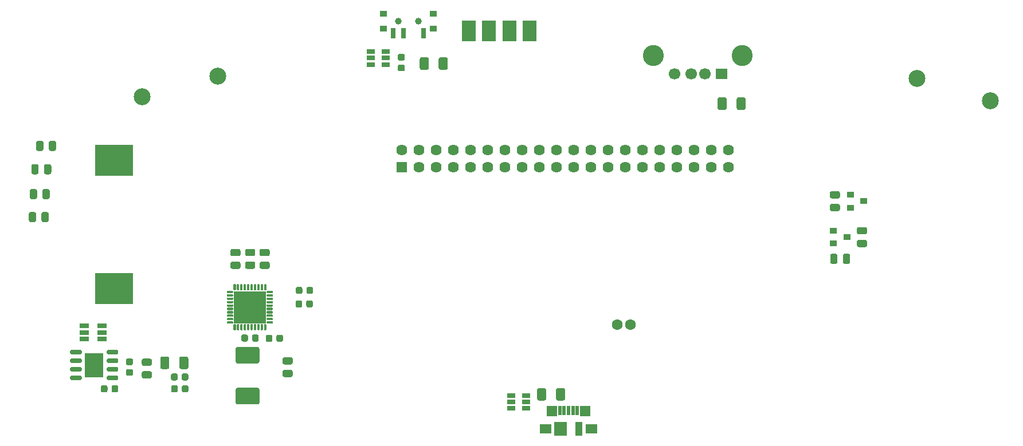
<source format=gbr>
%TF.GenerationSoftware,KiCad,Pcbnew,(5.1.6)-1*%
%TF.CreationDate,2021-04-26T08:49:06+02:00*%
%TF.ProjectId,GameboyPi,47616d65-626f-4795-9069-2e6b69636164,rev?*%
%TF.SameCoordinates,Original*%
%TF.FileFunction,Soldermask,Top*%
%TF.FilePolarity,Negative*%
%FSLAX46Y46*%
G04 Gerber Fmt 4.6, Leading zero omitted, Abs format (unit mm)*
G04 Created by KiCad (PCBNEW (5.1.6)-1) date 2021-04-26 08:49:06*
%MOMM*%
%LPD*%
G01*
G04 APERTURE LIST*
%ADD10R,2.100000X3.100000*%
%ADD11C,1.700000*%
%ADD12R,1.700000X1.600000*%
%ADD13C,3.100000*%
%ADD14C,0.600000*%
%ADD15R,2.720000X3.610000*%
%ADD16C,1.600000*%
%ADD17R,1.624000X1.624000*%
%ADD18C,1.624000*%
%ADD19R,5.600000X4.600000*%
%ADD20R,1.160000X0.750000*%
%ADD21R,1.320000X0.750000*%
%ADD22R,1.100000X0.900000*%
%ADD23R,0.800000X1.600000*%
%ADD24C,1.000000*%
%ADD25R,1.100000X2.000000*%
%ADD26R,1.900000X2.000000*%
%ADD27R,1.750000X1.400000*%
%ADD28R,1.525000X1.650000*%
%ADD29R,0.550000X1.480000*%
%ADD30R,4.700000X4.700000*%
%ADD31C,2.500000*%
%ADD32R,1.000000X0.900000*%
G04 APERTURE END LIST*
D10*
%TO.C,J10*%
X137450000Y-71400000D03*
%TD*%
%TO.C,J9*%
X134450000Y-71400000D03*
%TD*%
D11*
%TO.C,J8*%
X164800000Y-77741000D03*
X167300000Y-77741000D03*
X169300000Y-77741000D03*
D12*
X171800000Y-77741000D03*
D13*
X161730000Y-75031000D03*
X174870000Y-75031000D03*
%TD*%
%TO.C,C16*%
G36*
G01*
X172552500Y-81457500D02*
X172552500Y-82767500D01*
G75*
G02*
X172282500Y-83037500I-270000J0D01*
G01*
X171472500Y-83037500D01*
G75*
G02*
X171202500Y-82767500I0J270000D01*
G01*
X171202500Y-81457500D01*
G75*
G02*
X171472500Y-81187500I270000J0D01*
G01*
X172282500Y-81187500D01*
G75*
G02*
X172552500Y-81457500I0J-270000D01*
G01*
G37*
G36*
G01*
X175352500Y-81457500D02*
X175352500Y-82767500D01*
G75*
G02*
X175082500Y-83037500I-270000J0D01*
G01*
X174272500Y-83037500D01*
G75*
G02*
X174002500Y-82767500I0J270000D01*
G01*
X174002500Y-81457500D01*
G75*
G02*
X174272500Y-81187500I270000J0D01*
G01*
X175082500Y-81187500D01*
G75*
G02*
X175352500Y-81457500I0J-270000D01*
G01*
G37*
%TD*%
D10*
%TO.C,J6*%
X140450000Y-71400000D03*
%TD*%
D14*
%TO.C,U4*%
X79860000Y-119530000D03*
X79860000Y-120780000D03*
X79860000Y-122030000D03*
X78360000Y-122030000D03*
X78360000Y-120780000D03*
X78360000Y-119530000D03*
D15*
X79110000Y-120780000D03*
G36*
G01*
X80960000Y-121571500D02*
X80960000Y-121216500D01*
G75*
G02*
X81137500Y-121039000I177500J0D01*
G01*
X82482500Y-121039000D01*
G75*
G02*
X82660000Y-121216500I0J-177500D01*
G01*
X82660000Y-121571500D01*
G75*
G02*
X82482500Y-121749000I-177500J0D01*
G01*
X81137500Y-121749000D01*
G75*
G02*
X80960000Y-121571500I0J177500D01*
G01*
G37*
G36*
G01*
X80960000Y-122841500D02*
X80960000Y-122486500D01*
G75*
G02*
X81137500Y-122309000I177500J0D01*
G01*
X82482500Y-122309000D01*
G75*
G02*
X82660000Y-122486500I0J-177500D01*
G01*
X82660000Y-122841500D01*
G75*
G02*
X82482500Y-123019000I-177500J0D01*
G01*
X81137500Y-123019000D01*
G75*
G02*
X80960000Y-122841500I0J177500D01*
G01*
G37*
G36*
G01*
X80960000Y-119031500D02*
X80960000Y-118676500D01*
G75*
G02*
X81137500Y-118499000I177500J0D01*
G01*
X82482500Y-118499000D01*
G75*
G02*
X82660000Y-118676500I0J-177500D01*
G01*
X82660000Y-119031500D01*
G75*
G02*
X82482500Y-119209000I-177500J0D01*
G01*
X81137500Y-119209000D01*
G75*
G02*
X80960000Y-119031500I0J177500D01*
G01*
G37*
G36*
G01*
X80960000Y-120301500D02*
X80960000Y-119946500D01*
G75*
G02*
X81137500Y-119769000I177500J0D01*
G01*
X82482500Y-119769000D01*
G75*
G02*
X82660000Y-119946500I0J-177500D01*
G01*
X82660000Y-120301500D01*
G75*
G02*
X82482500Y-120479000I-177500J0D01*
G01*
X81137500Y-120479000D01*
G75*
G02*
X80960000Y-120301500I0J177500D01*
G01*
G37*
G36*
G01*
X75560000Y-122841500D02*
X75560000Y-122486500D01*
G75*
G02*
X75737500Y-122309000I177500J0D01*
G01*
X77082500Y-122309000D01*
G75*
G02*
X77260000Y-122486500I0J-177500D01*
G01*
X77260000Y-122841500D01*
G75*
G02*
X77082500Y-123019000I-177500J0D01*
G01*
X75737500Y-123019000D01*
G75*
G02*
X75560000Y-122841500I0J177500D01*
G01*
G37*
G36*
G01*
X75560000Y-121571500D02*
X75560000Y-121216500D01*
G75*
G02*
X75737500Y-121039000I177500J0D01*
G01*
X77082500Y-121039000D01*
G75*
G02*
X77260000Y-121216500I0J-177500D01*
G01*
X77260000Y-121571500D01*
G75*
G02*
X77082500Y-121749000I-177500J0D01*
G01*
X75737500Y-121749000D01*
G75*
G02*
X75560000Y-121571500I0J177500D01*
G01*
G37*
G36*
G01*
X75560000Y-120301500D02*
X75560000Y-119946500D01*
G75*
G02*
X75737500Y-119769000I177500J0D01*
G01*
X77082500Y-119769000D01*
G75*
G02*
X77260000Y-119946500I0J-177500D01*
G01*
X77260000Y-120301500D01*
G75*
G02*
X77082500Y-120479000I-177500J0D01*
G01*
X75737500Y-120479000D01*
G75*
G02*
X75560000Y-120301500I0J177500D01*
G01*
G37*
G36*
G01*
X75560000Y-119031500D02*
X75560000Y-118676500D01*
G75*
G02*
X75737500Y-118499000I177500J0D01*
G01*
X77082500Y-118499000D01*
G75*
G02*
X77260000Y-118676500I0J-177500D01*
G01*
X77260000Y-119031500D01*
G75*
G02*
X77082500Y-119209000I-177500J0D01*
G01*
X75737500Y-119209000D01*
G75*
G02*
X75560000Y-119031500I0J177500D01*
G01*
G37*
%TD*%
D10*
%TO.C,J7*%
X143450000Y-71400000D03*
%TD*%
D16*
%TO.C,U1*%
X156400000Y-114760000D03*
X158300000Y-114760000D03*
D17*
X124570001Y-91530000D03*
D18*
X124570001Y-88990000D03*
X127110001Y-91530000D03*
X127110001Y-88990000D03*
X129650001Y-91530000D03*
X129650001Y-88990000D03*
X132190001Y-91530000D03*
X132190001Y-88990000D03*
X134730001Y-91530000D03*
X134730001Y-88990000D03*
X137270001Y-91530000D03*
X137270001Y-88990000D03*
X139810001Y-91530000D03*
X139810001Y-88990000D03*
X142350001Y-91530000D03*
X142350001Y-88990000D03*
X144890001Y-91530000D03*
X144890001Y-88990000D03*
X147430001Y-91530000D03*
X147430001Y-88990000D03*
X149970001Y-91530000D03*
X149970001Y-88990000D03*
X152510001Y-91530000D03*
X152510001Y-88990000D03*
X155050001Y-91530000D03*
X155050001Y-88990000D03*
X157590001Y-91530000D03*
X157590001Y-88990000D03*
X160130001Y-91530000D03*
X160130001Y-88990000D03*
X162670001Y-91530000D03*
X162670001Y-88990000D03*
X165210001Y-91530000D03*
X165210001Y-88990000D03*
X167750001Y-91530000D03*
X167750001Y-88990000D03*
X170290001Y-91530000D03*
X170290001Y-88990000D03*
X172830001Y-91530000D03*
X172830001Y-88990000D03*
%TD*%
D19*
%TO.C,BT1*%
X82030000Y-109460000D03*
X82030000Y-90460000D03*
%TD*%
%TO.C,L1*%
G36*
G01*
X100255000Y-124135000D02*
X103265000Y-124135000D01*
G75*
G02*
X103510000Y-124380000I0J-245000D01*
G01*
X103510000Y-126340000D01*
G75*
G02*
X103265000Y-126585000I-245000J0D01*
G01*
X100255000Y-126585000D01*
G75*
G02*
X100010000Y-126340000I0J245000D01*
G01*
X100010000Y-124380000D01*
G75*
G02*
X100255000Y-124135000I245000J0D01*
G01*
G37*
G36*
G01*
X100255000Y-118085000D02*
X103265000Y-118085000D01*
G75*
G02*
X103510000Y-118330000I0J-245000D01*
G01*
X103510000Y-120290000D01*
G75*
G02*
X103265000Y-120535000I-245000J0D01*
G01*
X100255000Y-120535000D01*
G75*
G02*
X100010000Y-120290000I0J245000D01*
G01*
X100010000Y-118330000D01*
G75*
G02*
X100255000Y-118085000I245000J0D01*
G01*
G37*
%TD*%
D20*
%TO.C,M3*%
X142930000Y-126240000D03*
X142930000Y-125290000D03*
X142930000Y-127190000D03*
X140730000Y-127190000D03*
X140730000Y-126240000D03*
X140730000Y-125290000D03*
%TD*%
%TO.C,M2*%
X122147500Y-75375000D03*
X122147500Y-74425000D03*
X122147500Y-76325000D03*
X119947500Y-76325000D03*
X119947500Y-75375000D03*
X119947500Y-74425000D03*
%TD*%
D21*
%TO.C,M1*%
X80250000Y-114990000D03*
X80250000Y-115940000D03*
X80250000Y-116890000D03*
X77630000Y-116890000D03*
X77630000Y-115940000D03*
X77630000Y-114990000D03*
%TD*%
%TO.C,R5*%
G36*
G01*
X84601250Y-120772500D02*
X84038750Y-120772500D01*
G75*
G02*
X83795000Y-120528750I0J243750D01*
G01*
X83795000Y-120041250D01*
G75*
G02*
X84038750Y-119797500I243750J0D01*
G01*
X84601250Y-119797500D01*
G75*
G02*
X84845000Y-120041250I0J-243750D01*
G01*
X84845000Y-120528750D01*
G75*
G02*
X84601250Y-120772500I-243750J0D01*
G01*
G37*
G36*
G01*
X84601250Y-122347500D02*
X84038750Y-122347500D01*
G75*
G02*
X83795000Y-122103750I0J243750D01*
G01*
X83795000Y-121616250D01*
G75*
G02*
X84038750Y-121372500I243750J0D01*
G01*
X84601250Y-121372500D01*
G75*
G02*
X84845000Y-121616250I0J-243750D01*
G01*
X84845000Y-122103750D01*
G75*
G02*
X84601250Y-122347500I-243750J0D01*
G01*
G37*
%TD*%
%TO.C,C15*%
G36*
G01*
X129990000Y-76840000D02*
X129990000Y-75530000D01*
G75*
G02*
X130260000Y-75260000I270000J0D01*
G01*
X131070000Y-75260000D01*
G75*
G02*
X131340000Y-75530000I0J-270000D01*
G01*
X131340000Y-76840000D01*
G75*
G02*
X131070000Y-77110000I-270000J0D01*
G01*
X130260000Y-77110000D01*
G75*
G02*
X129990000Y-76840000I0J270000D01*
G01*
G37*
G36*
G01*
X127190000Y-76840000D02*
X127190000Y-75530000D01*
G75*
G02*
X127460000Y-75260000I270000J0D01*
G01*
X128270000Y-75260000D01*
G75*
G02*
X128540000Y-75530000I0J-270000D01*
G01*
X128540000Y-76840000D01*
G75*
G02*
X128270000Y-77110000I-270000J0D01*
G01*
X127460000Y-77110000D01*
G75*
G02*
X127190000Y-76840000I0J270000D01*
G01*
G37*
%TD*%
%TO.C,C14*%
G36*
G01*
X124758750Y-75740000D02*
X124196250Y-75740000D01*
G75*
G02*
X123952500Y-75496250I0J243750D01*
G01*
X123952500Y-75008750D01*
G75*
G02*
X124196250Y-74765000I243750J0D01*
G01*
X124758750Y-74765000D01*
G75*
G02*
X125002500Y-75008750I0J-243750D01*
G01*
X125002500Y-75496250D01*
G75*
G02*
X124758750Y-75740000I-243750J0D01*
G01*
G37*
G36*
G01*
X124758750Y-77315000D02*
X124196250Y-77315000D01*
G75*
G02*
X123952500Y-77071250I0J243750D01*
G01*
X123952500Y-76583750D01*
G75*
G02*
X124196250Y-76340000I243750J0D01*
G01*
X124758750Y-76340000D01*
G75*
G02*
X125002500Y-76583750I0J-243750D01*
G01*
X125002500Y-77071250D01*
G75*
G02*
X124758750Y-77315000I-243750J0D01*
G01*
G37*
%TD*%
%TO.C,C13*%
G36*
G01*
X109862500Y-109453750D02*
X109862500Y-110016250D01*
G75*
G02*
X109618750Y-110260000I-243750J0D01*
G01*
X109131250Y-110260000D01*
G75*
G02*
X108887500Y-110016250I0J243750D01*
G01*
X108887500Y-109453750D01*
G75*
G02*
X109131250Y-109210000I243750J0D01*
G01*
X109618750Y-109210000D01*
G75*
G02*
X109862500Y-109453750I0J-243750D01*
G01*
G37*
G36*
G01*
X111437500Y-109453750D02*
X111437500Y-110016250D01*
G75*
G02*
X111193750Y-110260000I-243750J0D01*
G01*
X110706250Y-110260000D01*
G75*
G02*
X110462500Y-110016250I0J243750D01*
G01*
X110462500Y-109453750D01*
G75*
G02*
X110706250Y-109210000I243750J0D01*
G01*
X111193750Y-109210000D01*
G75*
G02*
X111437500Y-109453750I0J-243750D01*
G01*
G37*
%TD*%
%TO.C,C12*%
G36*
G01*
X81065000Y-124006250D02*
X81065000Y-124568750D01*
G75*
G02*
X80821250Y-124812500I-243750J0D01*
G01*
X80333750Y-124812500D01*
G75*
G02*
X80090000Y-124568750I0J243750D01*
G01*
X80090000Y-124006250D01*
G75*
G02*
X80333750Y-123762500I243750J0D01*
G01*
X80821250Y-123762500D01*
G75*
G02*
X81065000Y-124006250I0J-243750D01*
G01*
G37*
G36*
G01*
X82640000Y-124006250D02*
X82640000Y-124568750D01*
G75*
G02*
X82396250Y-124812500I-243750J0D01*
G01*
X81908750Y-124812500D01*
G75*
G02*
X81665000Y-124568750I0J243750D01*
G01*
X81665000Y-124006250D01*
G75*
G02*
X81908750Y-123762500I243750J0D01*
G01*
X82396250Y-123762500D01*
G75*
G02*
X82640000Y-124006250I0J-243750D01*
G01*
G37*
%TD*%
%TO.C,R4*%
G36*
G01*
X110435000Y-112013750D02*
X110435000Y-111451250D01*
G75*
G02*
X110678750Y-111207500I243750J0D01*
G01*
X111166250Y-111207500D01*
G75*
G02*
X111410000Y-111451250I0J-243750D01*
G01*
X111410000Y-112013750D01*
G75*
G02*
X111166250Y-112257500I-243750J0D01*
G01*
X110678750Y-112257500D01*
G75*
G02*
X110435000Y-112013750I0J243750D01*
G01*
G37*
G36*
G01*
X108860000Y-112013750D02*
X108860000Y-111451250D01*
G75*
G02*
X109103750Y-111207500I243750J0D01*
G01*
X109591250Y-111207500D01*
G75*
G02*
X109835000Y-111451250I0J-243750D01*
G01*
X109835000Y-112013750D01*
G75*
G02*
X109591250Y-112257500I-243750J0D01*
G01*
X109103750Y-112257500D01*
G75*
G02*
X108860000Y-112013750I0J243750D01*
G01*
G37*
%TD*%
%TO.C,C8*%
G36*
G01*
X91430000Y-122253750D02*
X91430000Y-122816250D01*
G75*
G02*
X91186250Y-123060000I-243750J0D01*
G01*
X90698750Y-123060000D01*
G75*
G02*
X90455000Y-122816250I0J243750D01*
G01*
X90455000Y-122253750D01*
G75*
G02*
X90698750Y-122010000I243750J0D01*
G01*
X91186250Y-122010000D01*
G75*
G02*
X91430000Y-122253750I0J-243750D01*
G01*
G37*
G36*
G01*
X93005000Y-122253750D02*
X93005000Y-122816250D01*
G75*
G02*
X92761250Y-123060000I-243750J0D01*
G01*
X92273750Y-123060000D01*
G75*
G02*
X92030000Y-122816250I0J243750D01*
G01*
X92030000Y-122253750D01*
G75*
G02*
X92273750Y-122010000I243750J0D01*
G01*
X92761250Y-122010000D01*
G75*
G02*
X93005000Y-122253750I0J-243750D01*
G01*
G37*
%TD*%
%TO.C,C7*%
G36*
G01*
X91440000Y-124003750D02*
X91440000Y-124566250D01*
G75*
G02*
X91196250Y-124810000I-243750J0D01*
G01*
X90708750Y-124810000D01*
G75*
G02*
X90465000Y-124566250I0J243750D01*
G01*
X90465000Y-124003750D01*
G75*
G02*
X90708750Y-123760000I243750J0D01*
G01*
X91196250Y-123760000D01*
G75*
G02*
X91440000Y-124003750I0J-243750D01*
G01*
G37*
G36*
G01*
X93015000Y-124003750D02*
X93015000Y-124566250D01*
G75*
G02*
X92771250Y-124810000I-243750J0D01*
G01*
X92283750Y-124810000D01*
G75*
G02*
X92040000Y-124566250I0J243750D01*
G01*
X92040000Y-124003750D01*
G75*
G02*
X92283750Y-123760000I243750J0D01*
G01*
X92771250Y-123760000D01*
G75*
G02*
X93015000Y-124003750I0J-243750D01*
G01*
G37*
%TD*%
%TO.C,R3*%
G36*
G01*
X90207500Y-119780000D02*
X90207500Y-121090000D01*
G75*
G02*
X89937500Y-121360000I-270000J0D01*
G01*
X89127500Y-121360000D01*
G75*
G02*
X88857500Y-121090000I0J270000D01*
G01*
X88857500Y-119780000D01*
G75*
G02*
X89127500Y-119510000I270000J0D01*
G01*
X89937500Y-119510000D01*
G75*
G02*
X90207500Y-119780000I0J-270000D01*
G01*
G37*
G36*
G01*
X93007500Y-119780000D02*
X93007500Y-121090000D01*
G75*
G02*
X92737500Y-121360000I-270000J0D01*
G01*
X91927500Y-121360000D01*
G75*
G02*
X91657500Y-121090000I0J270000D01*
G01*
X91657500Y-119780000D01*
G75*
G02*
X91927500Y-119510000I270000J0D01*
G01*
X92737500Y-119510000D01*
G75*
G02*
X93007500Y-119780000I0J-270000D01*
G01*
G37*
%TD*%
%TO.C,C11*%
G36*
G01*
X106025000Y-117088750D02*
X106025000Y-116526250D01*
G75*
G02*
X106268750Y-116282500I243750J0D01*
G01*
X106756250Y-116282500D01*
G75*
G02*
X107000000Y-116526250I0J-243750D01*
G01*
X107000000Y-117088750D01*
G75*
G02*
X106756250Y-117332500I-243750J0D01*
G01*
X106268750Y-117332500D01*
G75*
G02*
X106025000Y-117088750I0J243750D01*
G01*
G37*
G36*
G01*
X104450000Y-117088750D02*
X104450000Y-116526250D01*
G75*
G02*
X104693750Y-116282500I243750J0D01*
G01*
X105181250Y-116282500D01*
G75*
G02*
X105425000Y-116526250I0J-243750D01*
G01*
X105425000Y-117088750D01*
G75*
G02*
X105181250Y-117332500I-243750J0D01*
G01*
X104693750Y-117332500D01*
G75*
G02*
X104450000Y-117088750I0J243750D01*
G01*
G37*
%TD*%
%TO.C,C10*%
G36*
G01*
X101825000Y-116498750D02*
X101825000Y-117061250D01*
G75*
G02*
X101581250Y-117305000I-243750J0D01*
G01*
X101093750Y-117305000D01*
G75*
G02*
X100850000Y-117061250I0J243750D01*
G01*
X100850000Y-116498750D01*
G75*
G02*
X101093750Y-116255000I243750J0D01*
G01*
X101581250Y-116255000D01*
G75*
G02*
X101825000Y-116498750I0J-243750D01*
G01*
G37*
G36*
G01*
X103400000Y-116498750D02*
X103400000Y-117061250D01*
G75*
G02*
X103156250Y-117305000I-243750J0D01*
G01*
X102668750Y-117305000D01*
G75*
G02*
X102425000Y-117061250I0J243750D01*
G01*
X102425000Y-116498750D01*
G75*
G02*
X102668750Y-116255000I243750J0D01*
G01*
X103156250Y-116255000D01*
G75*
G02*
X103400000Y-116498750I0J-243750D01*
G01*
G37*
%TD*%
%TO.C,C9*%
G36*
G01*
X107198750Y-121480000D02*
X108161250Y-121480000D01*
G75*
G02*
X108430000Y-121748750I0J-268750D01*
G01*
X108430000Y-122286250D01*
G75*
G02*
X108161250Y-122555000I-268750J0D01*
G01*
X107198750Y-122555000D01*
G75*
G02*
X106930000Y-122286250I0J268750D01*
G01*
X106930000Y-121748750D01*
G75*
G02*
X107198750Y-121480000I268750J0D01*
G01*
G37*
G36*
G01*
X107198750Y-119605000D02*
X108161250Y-119605000D01*
G75*
G02*
X108430000Y-119873750I0J-268750D01*
G01*
X108430000Y-120411250D01*
G75*
G02*
X108161250Y-120680000I-268750J0D01*
G01*
X107198750Y-120680000D01*
G75*
G02*
X106930000Y-120411250I0J268750D01*
G01*
X106930000Y-119873750D01*
G75*
G02*
X107198750Y-119605000I268750J0D01*
G01*
G37*
%TD*%
%TO.C,C6*%
G36*
G01*
X86401250Y-121690000D02*
X87363750Y-121690000D01*
G75*
G02*
X87632500Y-121958750I0J-268750D01*
G01*
X87632500Y-122496250D01*
G75*
G02*
X87363750Y-122765000I-268750J0D01*
G01*
X86401250Y-122765000D01*
G75*
G02*
X86132500Y-122496250I0J268750D01*
G01*
X86132500Y-121958750D01*
G75*
G02*
X86401250Y-121690000I268750J0D01*
G01*
G37*
G36*
G01*
X86401250Y-119815000D02*
X87363750Y-119815000D01*
G75*
G02*
X87632500Y-120083750I0J-268750D01*
G01*
X87632500Y-120621250D01*
G75*
G02*
X87363750Y-120890000I-268750J0D01*
G01*
X86401250Y-120890000D01*
G75*
G02*
X86132500Y-120621250I0J268750D01*
G01*
X86132500Y-120083750D01*
G75*
G02*
X86401250Y-119815000I268750J0D01*
G01*
G37*
%TD*%
%TO.C,D4*%
G36*
G01*
X72400000Y-88831250D02*
X72400000Y-87868750D01*
G75*
G02*
X72668750Y-87600000I268750J0D01*
G01*
X73206250Y-87600000D01*
G75*
G02*
X73475000Y-87868750I0J-268750D01*
G01*
X73475000Y-88831250D01*
G75*
G02*
X73206250Y-89100000I-268750J0D01*
G01*
X72668750Y-89100000D01*
G75*
G02*
X72400000Y-88831250I0J268750D01*
G01*
G37*
G36*
G01*
X70525000Y-88831250D02*
X70525000Y-87868750D01*
G75*
G02*
X70793750Y-87600000I268750J0D01*
G01*
X71331250Y-87600000D01*
G75*
G02*
X71600000Y-87868750I0J-268750D01*
G01*
X71600000Y-88831250D01*
G75*
G02*
X71331250Y-89100000I-268750J0D01*
G01*
X70793750Y-89100000D01*
G75*
G02*
X70525000Y-88831250I0J268750D01*
G01*
G37*
%TD*%
%TO.C,D3*%
G36*
G01*
X70892500Y-91338750D02*
X70892500Y-92301250D01*
G75*
G02*
X70623750Y-92570000I-268750J0D01*
G01*
X70086250Y-92570000D01*
G75*
G02*
X69817500Y-92301250I0J268750D01*
G01*
X69817500Y-91338750D01*
G75*
G02*
X70086250Y-91070000I268750J0D01*
G01*
X70623750Y-91070000D01*
G75*
G02*
X70892500Y-91338750I0J-268750D01*
G01*
G37*
G36*
G01*
X72767500Y-91338750D02*
X72767500Y-92301250D01*
G75*
G02*
X72498750Y-92570000I-268750J0D01*
G01*
X71961250Y-92570000D01*
G75*
G02*
X71692500Y-92301250I0J268750D01*
G01*
X71692500Y-91338750D01*
G75*
G02*
X71961250Y-91070000I268750J0D01*
G01*
X72498750Y-91070000D01*
G75*
G02*
X72767500Y-91338750I0J-268750D01*
G01*
G37*
%TD*%
%TO.C,D2*%
G36*
G01*
X71460000Y-95971250D02*
X71460000Y-95008750D01*
G75*
G02*
X71728750Y-94740000I268750J0D01*
G01*
X72266250Y-94740000D01*
G75*
G02*
X72535000Y-95008750I0J-268750D01*
G01*
X72535000Y-95971250D01*
G75*
G02*
X72266250Y-96240000I-268750J0D01*
G01*
X71728750Y-96240000D01*
G75*
G02*
X71460000Y-95971250I0J268750D01*
G01*
G37*
G36*
G01*
X69585000Y-95971250D02*
X69585000Y-95008750D01*
G75*
G02*
X69853750Y-94740000I268750J0D01*
G01*
X70391250Y-94740000D01*
G75*
G02*
X70660000Y-95008750I0J-268750D01*
G01*
X70660000Y-95971250D01*
G75*
G02*
X70391250Y-96240000I-268750J0D01*
G01*
X69853750Y-96240000D01*
G75*
G02*
X69585000Y-95971250I0J268750D01*
G01*
G37*
%TD*%
%TO.C,D1*%
G36*
G01*
X70522500Y-98408750D02*
X70522500Y-99371250D01*
G75*
G02*
X70253750Y-99640000I-268750J0D01*
G01*
X69716250Y-99640000D01*
G75*
G02*
X69447500Y-99371250I0J268750D01*
G01*
X69447500Y-98408750D01*
G75*
G02*
X69716250Y-98140000I268750J0D01*
G01*
X70253750Y-98140000D01*
G75*
G02*
X70522500Y-98408750I0J-268750D01*
G01*
G37*
G36*
G01*
X72397500Y-98408750D02*
X72397500Y-99371250D01*
G75*
G02*
X72128750Y-99640000I-268750J0D01*
G01*
X71591250Y-99640000D01*
G75*
G02*
X71322500Y-99371250I0J268750D01*
G01*
X71322500Y-98408750D01*
G75*
G02*
X71591250Y-98140000I268750J0D01*
G01*
X72128750Y-98140000D01*
G75*
G02*
X72397500Y-98408750I0J-268750D01*
G01*
G37*
%TD*%
D22*
%TO.C,SW12*%
X129165000Y-71007500D03*
X121865000Y-71007500D03*
X121865000Y-68797500D03*
X129165000Y-68797500D03*
D23*
X123265000Y-71657500D03*
X124765000Y-71657500D03*
X127765000Y-71657500D03*
D24*
X124015000Y-69897500D03*
X127015000Y-69897500D03*
%TD*%
%TO.C,C5*%
G36*
G01*
X104761250Y-104675000D02*
X103798750Y-104675000D01*
G75*
G02*
X103530000Y-104406250I0J268750D01*
G01*
X103530000Y-103868750D01*
G75*
G02*
X103798750Y-103600000I268750J0D01*
G01*
X104761250Y-103600000D01*
G75*
G02*
X105030000Y-103868750I0J-268750D01*
G01*
X105030000Y-104406250D01*
G75*
G02*
X104761250Y-104675000I-268750J0D01*
G01*
G37*
G36*
G01*
X104761250Y-106550000D02*
X103798750Y-106550000D01*
G75*
G02*
X103530000Y-106281250I0J268750D01*
G01*
X103530000Y-105743750D01*
G75*
G02*
X103798750Y-105475000I268750J0D01*
G01*
X104761250Y-105475000D01*
G75*
G02*
X105030000Y-105743750I0J-268750D01*
G01*
X105030000Y-106281250D01*
G75*
G02*
X104761250Y-106550000I-268750J0D01*
G01*
G37*
%TD*%
%TO.C,C4*%
G36*
G01*
X102621250Y-104667500D02*
X101658750Y-104667500D01*
G75*
G02*
X101390000Y-104398750I0J268750D01*
G01*
X101390000Y-103861250D01*
G75*
G02*
X101658750Y-103592500I268750J0D01*
G01*
X102621250Y-103592500D01*
G75*
G02*
X102890000Y-103861250I0J-268750D01*
G01*
X102890000Y-104398750D01*
G75*
G02*
X102621250Y-104667500I-268750J0D01*
G01*
G37*
G36*
G01*
X102621250Y-106542500D02*
X101658750Y-106542500D01*
G75*
G02*
X101390000Y-106273750I0J268750D01*
G01*
X101390000Y-105736250D01*
G75*
G02*
X101658750Y-105467500I268750J0D01*
G01*
X102621250Y-105467500D01*
G75*
G02*
X102890000Y-105736250I0J-268750D01*
G01*
X102890000Y-106273750D01*
G75*
G02*
X102621250Y-106542500I-268750J0D01*
G01*
G37*
%TD*%
%TO.C,C3*%
G36*
G01*
X100451250Y-104667500D02*
X99488750Y-104667500D01*
G75*
G02*
X99220000Y-104398750I0J268750D01*
G01*
X99220000Y-103861250D01*
G75*
G02*
X99488750Y-103592500I268750J0D01*
G01*
X100451250Y-103592500D01*
G75*
G02*
X100720000Y-103861250I0J-268750D01*
G01*
X100720000Y-104398750D01*
G75*
G02*
X100451250Y-104667500I-268750J0D01*
G01*
G37*
G36*
G01*
X100451250Y-106542500D02*
X99488750Y-106542500D01*
G75*
G02*
X99220000Y-106273750I0J268750D01*
G01*
X99220000Y-105736250D01*
G75*
G02*
X99488750Y-105467500I268750J0D01*
G01*
X100451250Y-105467500D01*
G75*
G02*
X100720000Y-105736250I0J-268750D01*
G01*
X100720000Y-106273750D01*
G75*
G02*
X100451250Y-106542500I-268750J0D01*
G01*
G37*
%TD*%
%TO.C,C2*%
G36*
G01*
X145880000Y-124447500D02*
X145880000Y-125757500D01*
G75*
G02*
X145610000Y-126027500I-270000J0D01*
G01*
X144800000Y-126027500D01*
G75*
G02*
X144530000Y-125757500I0J270000D01*
G01*
X144530000Y-124447500D01*
G75*
G02*
X144800000Y-124177500I270000J0D01*
G01*
X145610000Y-124177500D01*
G75*
G02*
X145880000Y-124447500I0J-270000D01*
G01*
G37*
G36*
G01*
X148680000Y-124447500D02*
X148680000Y-125757500D01*
G75*
G02*
X148410000Y-126027500I-270000J0D01*
G01*
X147600000Y-126027500D01*
G75*
G02*
X147330000Y-125757500I0J270000D01*
G01*
X147330000Y-124447500D01*
G75*
G02*
X147600000Y-124177500I270000J0D01*
G01*
X148410000Y-124177500D01*
G75*
G02*
X148680000Y-124447500I0J-270000D01*
G01*
G37*
%TD*%
D25*
%TO.C,J5*%
X150720000Y-130172000D03*
D26*
X148020000Y-130172000D03*
D27*
X152545000Y-130172000D03*
X145795000Y-130172000D03*
D28*
X151657500Y-127597000D03*
X146682500Y-127597000D03*
D29*
X150470000Y-127512000D03*
X149820000Y-127512000D03*
X149170000Y-127512000D03*
X148520000Y-127512000D03*
X147870000Y-127512000D03*
%TD*%
D30*
%TO.C,U3*%
X102110000Y-112220000D03*
G36*
G01*
X99547500Y-114645000D02*
X98797500Y-114645000D01*
G75*
G02*
X98710000Y-114557500I0J87500D01*
G01*
X98710000Y-114382500D01*
G75*
G02*
X98797500Y-114295000I87500J0D01*
G01*
X99547500Y-114295000D01*
G75*
G02*
X99635000Y-114382500I0J-87500D01*
G01*
X99635000Y-114557500D01*
G75*
G02*
X99547500Y-114645000I-87500J0D01*
G01*
G37*
G36*
G01*
X99547500Y-114145000D02*
X98797500Y-114145000D01*
G75*
G02*
X98710000Y-114057500I0J87500D01*
G01*
X98710000Y-113882500D01*
G75*
G02*
X98797500Y-113795000I87500J0D01*
G01*
X99547500Y-113795000D01*
G75*
G02*
X99635000Y-113882500I0J-87500D01*
G01*
X99635000Y-114057500D01*
G75*
G02*
X99547500Y-114145000I-87500J0D01*
G01*
G37*
G36*
G01*
X99547500Y-113645000D02*
X98797500Y-113645000D01*
G75*
G02*
X98710000Y-113557500I0J87500D01*
G01*
X98710000Y-113382500D01*
G75*
G02*
X98797500Y-113295000I87500J0D01*
G01*
X99547500Y-113295000D01*
G75*
G02*
X99635000Y-113382500I0J-87500D01*
G01*
X99635000Y-113557500D01*
G75*
G02*
X99547500Y-113645000I-87500J0D01*
G01*
G37*
G36*
G01*
X99547500Y-113145000D02*
X98797500Y-113145000D01*
G75*
G02*
X98710000Y-113057500I0J87500D01*
G01*
X98710000Y-112882500D01*
G75*
G02*
X98797500Y-112795000I87500J0D01*
G01*
X99547500Y-112795000D01*
G75*
G02*
X99635000Y-112882500I0J-87500D01*
G01*
X99635000Y-113057500D01*
G75*
G02*
X99547500Y-113145000I-87500J0D01*
G01*
G37*
G36*
G01*
X99547500Y-112645000D02*
X98797500Y-112645000D01*
G75*
G02*
X98710000Y-112557500I0J87500D01*
G01*
X98710000Y-112382500D01*
G75*
G02*
X98797500Y-112295000I87500J0D01*
G01*
X99547500Y-112295000D01*
G75*
G02*
X99635000Y-112382500I0J-87500D01*
G01*
X99635000Y-112557500D01*
G75*
G02*
X99547500Y-112645000I-87500J0D01*
G01*
G37*
G36*
G01*
X99547500Y-112145000D02*
X98797500Y-112145000D01*
G75*
G02*
X98710000Y-112057500I0J87500D01*
G01*
X98710000Y-111882500D01*
G75*
G02*
X98797500Y-111795000I87500J0D01*
G01*
X99547500Y-111795000D01*
G75*
G02*
X99635000Y-111882500I0J-87500D01*
G01*
X99635000Y-112057500D01*
G75*
G02*
X99547500Y-112145000I-87500J0D01*
G01*
G37*
G36*
G01*
X99547500Y-111645000D02*
X98797500Y-111645000D01*
G75*
G02*
X98710000Y-111557500I0J87500D01*
G01*
X98710000Y-111382500D01*
G75*
G02*
X98797500Y-111295000I87500J0D01*
G01*
X99547500Y-111295000D01*
G75*
G02*
X99635000Y-111382500I0J-87500D01*
G01*
X99635000Y-111557500D01*
G75*
G02*
X99547500Y-111645000I-87500J0D01*
G01*
G37*
G36*
G01*
X99547500Y-111145000D02*
X98797500Y-111145000D01*
G75*
G02*
X98710000Y-111057500I0J87500D01*
G01*
X98710000Y-110882500D01*
G75*
G02*
X98797500Y-110795000I87500J0D01*
G01*
X99547500Y-110795000D01*
G75*
G02*
X99635000Y-110882500I0J-87500D01*
G01*
X99635000Y-111057500D01*
G75*
G02*
X99547500Y-111145000I-87500J0D01*
G01*
G37*
G36*
G01*
X99547500Y-110645000D02*
X98797500Y-110645000D01*
G75*
G02*
X98710000Y-110557500I0J87500D01*
G01*
X98710000Y-110382500D01*
G75*
G02*
X98797500Y-110295000I87500J0D01*
G01*
X99547500Y-110295000D01*
G75*
G02*
X99635000Y-110382500I0J-87500D01*
G01*
X99635000Y-110557500D01*
G75*
G02*
X99547500Y-110645000I-87500J0D01*
G01*
G37*
G36*
G01*
X99547500Y-110145000D02*
X98797500Y-110145000D01*
G75*
G02*
X98710000Y-110057500I0J87500D01*
G01*
X98710000Y-109882500D01*
G75*
G02*
X98797500Y-109795000I87500J0D01*
G01*
X99547500Y-109795000D01*
G75*
G02*
X99635000Y-109882500I0J-87500D01*
G01*
X99635000Y-110057500D01*
G75*
G02*
X99547500Y-110145000I-87500J0D01*
G01*
G37*
G36*
G01*
X99947500Y-109745000D02*
X99772500Y-109745000D01*
G75*
G02*
X99685000Y-109657500I0J87500D01*
G01*
X99685000Y-108907500D01*
G75*
G02*
X99772500Y-108820000I87500J0D01*
G01*
X99947500Y-108820000D01*
G75*
G02*
X100035000Y-108907500I0J-87500D01*
G01*
X100035000Y-109657500D01*
G75*
G02*
X99947500Y-109745000I-87500J0D01*
G01*
G37*
G36*
G01*
X100447500Y-109745000D02*
X100272500Y-109745000D01*
G75*
G02*
X100185000Y-109657500I0J87500D01*
G01*
X100185000Y-108907500D01*
G75*
G02*
X100272500Y-108820000I87500J0D01*
G01*
X100447500Y-108820000D01*
G75*
G02*
X100535000Y-108907500I0J-87500D01*
G01*
X100535000Y-109657500D01*
G75*
G02*
X100447500Y-109745000I-87500J0D01*
G01*
G37*
G36*
G01*
X100947500Y-109745000D02*
X100772500Y-109745000D01*
G75*
G02*
X100685000Y-109657500I0J87500D01*
G01*
X100685000Y-108907500D01*
G75*
G02*
X100772500Y-108820000I87500J0D01*
G01*
X100947500Y-108820000D01*
G75*
G02*
X101035000Y-108907500I0J-87500D01*
G01*
X101035000Y-109657500D01*
G75*
G02*
X100947500Y-109745000I-87500J0D01*
G01*
G37*
G36*
G01*
X101447500Y-109745000D02*
X101272500Y-109745000D01*
G75*
G02*
X101185000Y-109657500I0J87500D01*
G01*
X101185000Y-108907500D01*
G75*
G02*
X101272500Y-108820000I87500J0D01*
G01*
X101447500Y-108820000D01*
G75*
G02*
X101535000Y-108907500I0J-87500D01*
G01*
X101535000Y-109657500D01*
G75*
G02*
X101447500Y-109745000I-87500J0D01*
G01*
G37*
G36*
G01*
X101947500Y-109745000D02*
X101772500Y-109745000D01*
G75*
G02*
X101685000Y-109657500I0J87500D01*
G01*
X101685000Y-108907500D01*
G75*
G02*
X101772500Y-108820000I87500J0D01*
G01*
X101947500Y-108820000D01*
G75*
G02*
X102035000Y-108907500I0J-87500D01*
G01*
X102035000Y-109657500D01*
G75*
G02*
X101947500Y-109745000I-87500J0D01*
G01*
G37*
G36*
G01*
X102447500Y-109745000D02*
X102272500Y-109745000D01*
G75*
G02*
X102185000Y-109657500I0J87500D01*
G01*
X102185000Y-108907500D01*
G75*
G02*
X102272500Y-108820000I87500J0D01*
G01*
X102447500Y-108820000D01*
G75*
G02*
X102535000Y-108907500I0J-87500D01*
G01*
X102535000Y-109657500D01*
G75*
G02*
X102447500Y-109745000I-87500J0D01*
G01*
G37*
G36*
G01*
X102947500Y-109745000D02*
X102772500Y-109745000D01*
G75*
G02*
X102685000Y-109657500I0J87500D01*
G01*
X102685000Y-108907500D01*
G75*
G02*
X102772500Y-108820000I87500J0D01*
G01*
X102947500Y-108820000D01*
G75*
G02*
X103035000Y-108907500I0J-87500D01*
G01*
X103035000Y-109657500D01*
G75*
G02*
X102947500Y-109745000I-87500J0D01*
G01*
G37*
G36*
G01*
X103447500Y-109745000D02*
X103272500Y-109745000D01*
G75*
G02*
X103185000Y-109657500I0J87500D01*
G01*
X103185000Y-108907500D01*
G75*
G02*
X103272500Y-108820000I87500J0D01*
G01*
X103447500Y-108820000D01*
G75*
G02*
X103535000Y-108907500I0J-87500D01*
G01*
X103535000Y-109657500D01*
G75*
G02*
X103447500Y-109745000I-87500J0D01*
G01*
G37*
G36*
G01*
X103947500Y-109745000D02*
X103772500Y-109745000D01*
G75*
G02*
X103685000Y-109657500I0J87500D01*
G01*
X103685000Y-108907500D01*
G75*
G02*
X103772500Y-108820000I87500J0D01*
G01*
X103947500Y-108820000D01*
G75*
G02*
X104035000Y-108907500I0J-87500D01*
G01*
X104035000Y-109657500D01*
G75*
G02*
X103947500Y-109745000I-87500J0D01*
G01*
G37*
G36*
G01*
X104447500Y-109745000D02*
X104272500Y-109745000D01*
G75*
G02*
X104185000Y-109657500I0J87500D01*
G01*
X104185000Y-108907500D01*
G75*
G02*
X104272500Y-108820000I87500J0D01*
G01*
X104447500Y-108820000D01*
G75*
G02*
X104535000Y-108907500I0J-87500D01*
G01*
X104535000Y-109657500D01*
G75*
G02*
X104447500Y-109745000I-87500J0D01*
G01*
G37*
G36*
G01*
X105422500Y-110145000D02*
X104672500Y-110145000D01*
G75*
G02*
X104585000Y-110057500I0J87500D01*
G01*
X104585000Y-109882500D01*
G75*
G02*
X104672500Y-109795000I87500J0D01*
G01*
X105422500Y-109795000D01*
G75*
G02*
X105510000Y-109882500I0J-87500D01*
G01*
X105510000Y-110057500D01*
G75*
G02*
X105422500Y-110145000I-87500J0D01*
G01*
G37*
G36*
G01*
X105422500Y-110645000D02*
X104672500Y-110645000D01*
G75*
G02*
X104585000Y-110557500I0J87500D01*
G01*
X104585000Y-110382500D01*
G75*
G02*
X104672500Y-110295000I87500J0D01*
G01*
X105422500Y-110295000D01*
G75*
G02*
X105510000Y-110382500I0J-87500D01*
G01*
X105510000Y-110557500D01*
G75*
G02*
X105422500Y-110645000I-87500J0D01*
G01*
G37*
G36*
G01*
X105422500Y-111145000D02*
X104672500Y-111145000D01*
G75*
G02*
X104585000Y-111057500I0J87500D01*
G01*
X104585000Y-110882500D01*
G75*
G02*
X104672500Y-110795000I87500J0D01*
G01*
X105422500Y-110795000D01*
G75*
G02*
X105510000Y-110882500I0J-87500D01*
G01*
X105510000Y-111057500D01*
G75*
G02*
X105422500Y-111145000I-87500J0D01*
G01*
G37*
G36*
G01*
X105422500Y-111645000D02*
X104672500Y-111645000D01*
G75*
G02*
X104585000Y-111557500I0J87500D01*
G01*
X104585000Y-111382500D01*
G75*
G02*
X104672500Y-111295000I87500J0D01*
G01*
X105422500Y-111295000D01*
G75*
G02*
X105510000Y-111382500I0J-87500D01*
G01*
X105510000Y-111557500D01*
G75*
G02*
X105422500Y-111645000I-87500J0D01*
G01*
G37*
G36*
G01*
X105422500Y-112145000D02*
X104672500Y-112145000D01*
G75*
G02*
X104585000Y-112057500I0J87500D01*
G01*
X104585000Y-111882500D01*
G75*
G02*
X104672500Y-111795000I87500J0D01*
G01*
X105422500Y-111795000D01*
G75*
G02*
X105510000Y-111882500I0J-87500D01*
G01*
X105510000Y-112057500D01*
G75*
G02*
X105422500Y-112145000I-87500J0D01*
G01*
G37*
G36*
G01*
X105422500Y-112645000D02*
X104672500Y-112645000D01*
G75*
G02*
X104585000Y-112557500I0J87500D01*
G01*
X104585000Y-112382500D01*
G75*
G02*
X104672500Y-112295000I87500J0D01*
G01*
X105422500Y-112295000D01*
G75*
G02*
X105510000Y-112382500I0J-87500D01*
G01*
X105510000Y-112557500D01*
G75*
G02*
X105422500Y-112645000I-87500J0D01*
G01*
G37*
G36*
G01*
X105422500Y-113145000D02*
X104672500Y-113145000D01*
G75*
G02*
X104585000Y-113057500I0J87500D01*
G01*
X104585000Y-112882500D01*
G75*
G02*
X104672500Y-112795000I87500J0D01*
G01*
X105422500Y-112795000D01*
G75*
G02*
X105510000Y-112882500I0J-87500D01*
G01*
X105510000Y-113057500D01*
G75*
G02*
X105422500Y-113145000I-87500J0D01*
G01*
G37*
G36*
G01*
X105422500Y-113645000D02*
X104672500Y-113645000D01*
G75*
G02*
X104585000Y-113557500I0J87500D01*
G01*
X104585000Y-113382500D01*
G75*
G02*
X104672500Y-113295000I87500J0D01*
G01*
X105422500Y-113295000D01*
G75*
G02*
X105510000Y-113382500I0J-87500D01*
G01*
X105510000Y-113557500D01*
G75*
G02*
X105422500Y-113645000I-87500J0D01*
G01*
G37*
G36*
G01*
X105422500Y-114145000D02*
X104672500Y-114145000D01*
G75*
G02*
X104585000Y-114057500I0J87500D01*
G01*
X104585000Y-113882500D01*
G75*
G02*
X104672500Y-113795000I87500J0D01*
G01*
X105422500Y-113795000D01*
G75*
G02*
X105510000Y-113882500I0J-87500D01*
G01*
X105510000Y-114057500D01*
G75*
G02*
X105422500Y-114145000I-87500J0D01*
G01*
G37*
G36*
G01*
X105422500Y-114645000D02*
X104672500Y-114645000D01*
G75*
G02*
X104585000Y-114557500I0J87500D01*
G01*
X104585000Y-114382500D01*
G75*
G02*
X104672500Y-114295000I87500J0D01*
G01*
X105422500Y-114295000D01*
G75*
G02*
X105510000Y-114382500I0J-87500D01*
G01*
X105510000Y-114557500D01*
G75*
G02*
X105422500Y-114645000I-87500J0D01*
G01*
G37*
G36*
G01*
X104447500Y-115620000D02*
X104272500Y-115620000D01*
G75*
G02*
X104185000Y-115532500I0J87500D01*
G01*
X104185000Y-114782500D01*
G75*
G02*
X104272500Y-114695000I87500J0D01*
G01*
X104447500Y-114695000D01*
G75*
G02*
X104535000Y-114782500I0J-87500D01*
G01*
X104535000Y-115532500D01*
G75*
G02*
X104447500Y-115620000I-87500J0D01*
G01*
G37*
G36*
G01*
X103947500Y-115620000D02*
X103772500Y-115620000D01*
G75*
G02*
X103685000Y-115532500I0J87500D01*
G01*
X103685000Y-114782500D01*
G75*
G02*
X103772500Y-114695000I87500J0D01*
G01*
X103947500Y-114695000D01*
G75*
G02*
X104035000Y-114782500I0J-87500D01*
G01*
X104035000Y-115532500D01*
G75*
G02*
X103947500Y-115620000I-87500J0D01*
G01*
G37*
G36*
G01*
X103447500Y-115620000D02*
X103272500Y-115620000D01*
G75*
G02*
X103185000Y-115532500I0J87500D01*
G01*
X103185000Y-114782500D01*
G75*
G02*
X103272500Y-114695000I87500J0D01*
G01*
X103447500Y-114695000D01*
G75*
G02*
X103535000Y-114782500I0J-87500D01*
G01*
X103535000Y-115532500D01*
G75*
G02*
X103447500Y-115620000I-87500J0D01*
G01*
G37*
G36*
G01*
X102947500Y-115620000D02*
X102772500Y-115620000D01*
G75*
G02*
X102685000Y-115532500I0J87500D01*
G01*
X102685000Y-114782500D01*
G75*
G02*
X102772500Y-114695000I87500J0D01*
G01*
X102947500Y-114695000D01*
G75*
G02*
X103035000Y-114782500I0J-87500D01*
G01*
X103035000Y-115532500D01*
G75*
G02*
X102947500Y-115620000I-87500J0D01*
G01*
G37*
G36*
G01*
X102447500Y-115620000D02*
X102272500Y-115620000D01*
G75*
G02*
X102185000Y-115532500I0J87500D01*
G01*
X102185000Y-114782500D01*
G75*
G02*
X102272500Y-114695000I87500J0D01*
G01*
X102447500Y-114695000D01*
G75*
G02*
X102535000Y-114782500I0J-87500D01*
G01*
X102535000Y-115532500D01*
G75*
G02*
X102447500Y-115620000I-87500J0D01*
G01*
G37*
G36*
G01*
X101947500Y-115620000D02*
X101772500Y-115620000D01*
G75*
G02*
X101685000Y-115532500I0J87500D01*
G01*
X101685000Y-114782500D01*
G75*
G02*
X101772500Y-114695000I87500J0D01*
G01*
X101947500Y-114695000D01*
G75*
G02*
X102035000Y-114782500I0J-87500D01*
G01*
X102035000Y-115532500D01*
G75*
G02*
X101947500Y-115620000I-87500J0D01*
G01*
G37*
G36*
G01*
X101447500Y-115620000D02*
X101272500Y-115620000D01*
G75*
G02*
X101185000Y-115532500I0J87500D01*
G01*
X101185000Y-114782500D01*
G75*
G02*
X101272500Y-114695000I87500J0D01*
G01*
X101447500Y-114695000D01*
G75*
G02*
X101535000Y-114782500I0J-87500D01*
G01*
X101535000Y-115532500D01*
G75*
G02*
X101447500Y-115620000I-87500J0D01*
G01*
G37*
G36*
G01*
X100947500Y-115620000D02*
X100772500Y-115620000D01*
G75*
G02*
X100685000Y-115532500I0J87500D01*
G01*
X100685000Y-114782500D01*
G75*
G02*
X100772500Y-114695000I87500J0D01*
G01*
X100947500Y-114695000D01*
G75*
G02*
X101035000Y-114782500I0J-87500D01*
G01*
X101035000Y-115532500D01*
G75*
G02*
X100947500Y-115620000I-87500J0D01*
G01*
G37*
G36*
G01*
X100447500Y-115620000D02*
X100272500Y-115620000D01*
G75*
G02*
X100185000Y-115532500I0J87500D01*
G01*
X100185000Y-114782500D01*
G75*
G02*
X100272500Y-114695000I87500J0D01*
G01*
X100447500Y-114695000D01*
G75*
G02*
X100535000Y-114782500I0J-87500D01*
G01*
X100535000Y-115532500D01*
G75*
G02*
X100447500Y-115620000I-87500J0D01*
G01*
G37*
G36*
G01*
X99947500Y-115620000D02*
X99772500Y-115620000D01*
G75*
G02*
X99685000Y-115532500I0J87500D01*
G01*
X99685000Y-114782500D01*
G75*
G02*
X99772500Y-114695000I87500J0D01*
G01*
X99947500Y-114695000D01*
G75*
G02*
X100035000Y-114782500I0J-87500D01*
G01*
X100035000Y-115532500D01*
G75*
G02*
X99947500Y-115620000I-87500J0D01*
G01*
G37*
%TD*%
D31*
%TO.C,J4*%
X86170000Y-81080000D03*
%TD*%
%TO.C,J3*%
X97360000Y-78020000D03*
%TD*%
%TO.C,J2*%
X211460000Y-81710000D03*
%TD*%
%TO.C,J1*%
X200620000Y-78420000D03*
%TD*%
%TO.C,C1*%
G36*
G01*
X189001250Y-98015000D02*
X188038750Y-98015000D01*
G75*
G02*
X187770000Y-97746250I0J268750D01*
G01*
X187770000Y-97208750D01*
G75*
G02*
X188038750Y-96940000I268750J0D01*
G01*
X189001250Y-96940000D01*
G75*
G02*
X189270000Y-97208750I0J-268750D01*
G01*
X189270000Y-97746250D01*
G75*
G02*
X189001250Y-98015000I-268750J0D01*
G01*
G37*
G36*
G01*
X189001250Y-96140000D02*
X188038750Y-96140000D01*
G75*
G02*
X187770000Y-95871250I0J268750D01*
G01*
X187770000Y-95333750D01*
G75*
G02*
X188038750Y-95065000I268750J0D01*
G01*
X189001250Y-95065000D01*
G75*
G02*
X189270000Y-95333750I0J-268750D01*
G01*
X189270000Y-95871250D01*
G75*
G02*
X189001250Y-96140000I-268750J0D01*
G01*
G37*
%TD*%
D32*
%TO.C,Q1*%
X188320000Y-100870000D03*
X188320000Y-102770000D03*
X190320000Y-101820000D03*
%TD*%
%TO.C,R1*%
G36*
G01*
X192058750Y-100372500D02*
X193021250Y-100372500D01*
G75*
G02*
X193290000Y-100641250I0J-268750D01*
G01*
X193290000Y-101178750D01*
G75*
G02*
X193021250Y-101447500I-268750J0D01*
G01*
X192058750Y-101447500D01*
G75*
G02*
X191790000Y-101178750I0J268750D01*
G01*
X191790000Y-100641250D01*
G75*
G02*
X192058750Y-100372500I268750J0D01*
G01*
G37*
G36*
G01*
X192058750Y-102247500D02*
X193021250Y-102247500D01*
G75*
G02*
X193290000Y-102516250I0J-268750D01*
G01*
X193290000Y-103053750D01*
G75*
G02*
X193021250Y-103322500I-268750J0D01*
G01*
X192058750Y-103322500D01*
G75*
G02*
X191790000Y-103053750I0J268750D01*
G01*
X191790000Y-102516250D01*
G75*
G02*
X192058750Y-102247500I268750J0D01*
G01*
G37*
%TD*%
%TO.C,R2*%
G36*
G01*
X188910000Y-104588750D02*
X188910000Y-105551250D01*
G75*
G02*
X188641250Y-105820000I-268750J0D01*
G01*
X188103750Y-105820000D01*
G75*
G02*
X187835000Y-105551250I0J268750D01*
G01*
X187835000Y-104588750D01*
G75*
G02*
X188103750Y-104320000I268750J0D01*
G01*
X188641250Y-104320000D01*
G75*
G02*
X188910000Y-104588750I0J-268750D01*
G01*
G37*
G36*
G01*
X190785000Y-104588750D02*
X190785000Y-105551250D01*
G75*
G02*
X190516250Y-105820000I-268750J0D01*
G01*
X189978750Y-105820000D01*
G75*
G02*
X189710000Y-105551250I0J268750D01*
G01*
X189710000Y-104588750D01*
G75*
G02*
X189978750Y-104320000I268750J0D01*
G01*
X190516250Y-104320000D01*
G75*
G02*
X190785000Y-104588750I0J-268750D01*
G01*
G37*
%TD*%
%TO.C,U2*%
X192800000Y-96530000D03*
X190800000Y-97480000D03*
X190800000Y-95580000D03*
%TD*%
M02*

</source>
